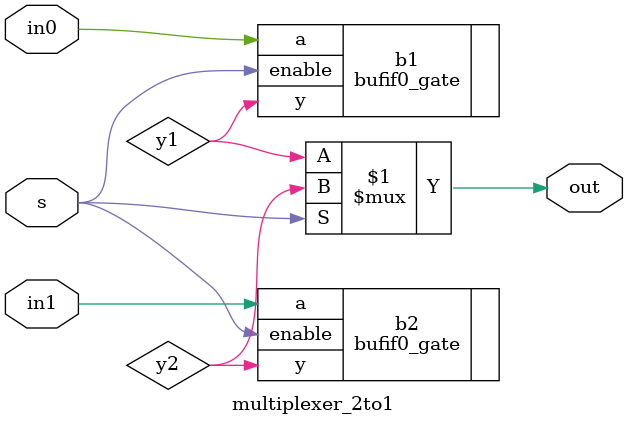
<source format=v>



module multiplexer_2to1 (
  input wire in0, in1, s,
  output wire out
);
  bufif0_gate b1 (.a(in0), .y(y1), .enable(s));
  bufif0_gate b2 (.a(in1), .y(y2), .enable(s));
  assign out = (s) ? y2 : y1;
    
endmodule
</source>
